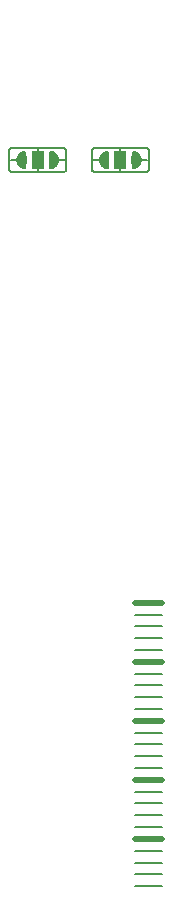
<source format=gbr>
G04 EAGLE Gerber RS-274X export*
G75*
%MOMM*%
%FSLAX34Y34*%
%LPD*%
%INSilkscreen Top*%
%IPPOS*%
%AMOC8*
5,1,8,0,0,1.08239X$1,22.5*%
G01*
%ADD10C,0.508000*%
%ADD11C,0.200000*%
%ADD12R,0.592000X0.118381*%
%ADD13R,0.591900X0.118381*%
%ADD14R,0.236700X0.118375*%
%ADD15R,0.947000X0.118381*%
%ADD16R,0.118400X0.118381*%
%ADD17R,1.065400X0.118381*%
%ADD18R,0.236800X0.118381*%
%ADD19R,0.236700X0.118381*%
%ADD20R,0.473500X0.118381*%
%ADD21R,0.828600X0.118381*%
%ADD22R,0.710300X0.118381*%
%ADD23R,0.947000X0.118375*%
%ADD24R,0.118400X0.118375*%
%ADD25R,1.183800X0.118375*%
%ADD26R,0.236800X0.118375*%
%ADD27R,0.591900X0.118375*%
%ADD28R,0.828700X0.118375*%
%ADD29R,1.183800X0.118381*%
%ADD30R,0.828600X0.118375*%
%ADD31R,0.473500X0.118375*%
%ADD32R,0.710200X0.118381*%
%ADD33R,0.710300X0.118375*%
%ADD34R,1.065400X0.118375*%
%ADD35R,0.710200X0.118375*%
%ADD36R,0.118300X0.118381*%
%ADD37R,0.591800X0.118375*%
%ADD38R,0.355100X0.118381*%
%ADD39R,0.355100X0.118375*%
%ADD40R,1.657300X0.118375*%
%ADD41R,1.775700X0.118381*%
%ADD42R,1.183700X0.118381*%
%ADD43R,1.302100X0.118381*%
%ADD44R,1.657400X0.118375*%
%ADD45R,0.828700X0.118381*%
%ADD46R,1.775700X0.118375*%
%ADD47R,0.355200X0.118381*%
%ADD48R,1.065500X0.118381*%
%ADD49R,0.355200X0.118375*%
%ADD50R,1.183900X0.118375*%
%ADD51R,1.657300X0.118381*%
%ADD52R,1.538900X0.118375*%
%ADD53R,1.302200X0.118381*%
%ADD54R,1.302200X0.118375*%
%ADD55R,1.065500X0.118375*%
%ADD56R,1.894100X0.118381*%
%ADD57R,1.538900X0.118381*%
%ADD58R,1.302100X0.118375*%
%ADD59R,1.183900X0.118381*%
%ADD60R,0.947100X0.118375*%
%ADD61R,1.539000X0.118375*%
%ADD62R,1.420600X0.118381*%
%ADD63R,0.118300X0.118375*%
%ADD64R,3.314600X0.118375*%
%ADD65R,3.314600X0.118381*%
%ADD66R,0.947100X0.118381*%
%ADD67R,3.196200X0.118381*%
%ADD68R,2.959500X0.118375*%
%ADD69R,2.722700X0.118381*%
%ADD70R,2.604300X0.118375*%
%ADD71R,1.775800X0.118375*%
%ADD72R,2.604300X0.118381*%
%ADD73R,2.841100X0.118375*%
%ADD74R,3.077800X0.118381*%
%ADD75R,1.657400X0.118381*%
%ADD76R,3.433000X0.118375*%
%ADD77R,3.077800X0.118375*%
%ADD78R,1.894100X0.118375*%
%ADD79R,2.012400X0.118375*%
%ADD80R,2.012500X0.118381*%
%ADD81R,2.130900X0.118381*%
%ADD82R,2.130800X0.118381*%
%ADD83R,2.130900X0.118375*%
%ADD84R,2.130800X0.118375*%
%ADD85R,0.473600X0.118381*%
%ADD86R,0.473600X0.118375*%
%ADD87R,2.249200X0.118375*%
%ADD88R,2.249200X0.118381*%
%ADD89R,2.012500X0.118375*%
%ADD90R,2.012400X0.118381*%
%ADD91R,0.591800X0.118381*%
%ADD92R,0.592000X0.118375*%
%ADD93C,0.152400*%
%ADD94C,0.127000*%
%ADD95R,1.016000X1.524000*%


D10*
X140000Y40000D02*
X117500Y40000D01*
D11*
X117500Y0D02*
X140000Y0D01*
X140000Y10000D02*
X117500Y10000D01*
X117500Y20000D02*
X140000Y20000D01*
X140000Y30000D02*
X117500Y30000D01*
X117500Y50000D02*
X140000Y50000D01*
X140000Y60000D02*
X117500Y60000D01*
X117500Y70000D02*
X140000Y70000D01*
X140000Y80000D02*
X117500Y80000D01*
D10*
X117500Y90000D02*
X140000Y90000D01*
D11*
X140000Y100000D02*
X117500Y100000D01*
X117500Y110000D02*
X140000Y110000D01*
X140000Y120000D02*
X117500Y120000D01*
X117500Y130000D02*
X140000Y130000D01*
D10*
X140000Y140000D02*
X117500Y140000D01*
D11*
X117500Y150000D02*
X140000Y150000D01*
X140000Y160000D02*
X117500Y160000D01*
X117500Y170000D02*
X140000Y170000D01*
X140000Y180000D02*
X117500Y180000D01*
D10*
X117500Y190000D02*
X140000Y190000D01*
X140000Y240000D02*
X117500Y240000D01*
D11*
X117500Y200000D02*
X140000Y200000D01*
X140000Y210000D02*
X117500Y210000D01*
X117500Y220000D02*
X140000Y220000D01*
X140000Y230000D02*
X117500Y230000D01*
D12*
X60374Y299501D03*
D13*
X61557Y300685D03*
D14*
X63333Y301869D03*
D15*
X11246Y303053D03*
D16*
X20125Y303053D03*
D17*
X29595Y303053D03*
D16*
X37882Y303053D03*
D18*
X42025Y303053D03*
D19*
X51495Y303053D03*
D20*
X58598Y303053D03*
D19*
X63333Y303053D03*
D21*
X72212Y303053D03*
D22*
X82274Y303053D03*
X94112Y303053D03*
X105950Y303053D03*
D23*
X12430Y304237D03*
D24*
X20125Y304237D03*
D25*
X29003Y304237D03*
D24*
X37882Y304237D03*
D26*
X42025Y304237D03*
D14*
X51495Y304237D03*
D27*
X58006Y304237D03*
D14*
X63333Y304237D03*
D23*
X71620Y304237D03*
D28*
X82866Y304237D03*
D23*
X94112Y304237D03*
X105950Y304237D03*
D16*
X16573Y305420D03*
D18*
X24268Y305420D03*
D19*
X33738Y305420D03*
D29*
X46760Y305420D03*
D19*
X56230Y305420D03*
X63333Y305420D03*
X68068Y305420D03*
X75171Y305420D03*
D18*
X78723Y305420D03*
D19*
X87009Y305420D03*
D18*
X90561Y305420D03*
D19*
X97663Y305420D03*
D18*
X102399Y305420D03*
D19*
X109501Y305420D03*
D16*
X16573Y306604D03*
D18*
X24268Y306604D03*
D19*
X33738Y306604D03*
D29*
X46760Y306604D03*
D16*
X55639Y306604D03*
D19*
X63333Y306604D03*
X68068Y306604D03*
X75171Y306604D03*
D13*
X81682Y306604D03*
D16*
X86418Y306604D03*
X89969Y306604D03*
D19*
X97663Y306604D03*
D18*
X102399Y306604D03*
D19*
X109501Y306604D03*
D24*
X16573Y307788D03*
D26*
X24268Y307788D03*
D30*
X30779Y307788D03*
D26*
X42025Y307788D03*
D14*
X51495Y307788D03*
X56230Y307788D03*
X63333Y307788D03*
D24*
X67477Y307788D03*
D14*
X75171Y307788D03*
D31*
X82274Y307788D03*
D24*
X86418Y307788D03*
D26*
X90561Y307788D03*
D14*
X97663Y307788D03*
D24*
X101807Y307788D03*
D14*
X109501Y307788D03*
D16*
X16573Y308972D03*
D18*
X24268Y308972D03*
D32*
X30187Y308972D03*
D18*
X42025Y308972D03*
D19*
X51495Y308972D03*
X56230Y308972D03*
X63333Y308972D03*
D16*
X67477Y308972D03*
D19*
X75171Y308972D03*
D16*
X86418Y308972D03*
D18*
X90561Y308972D03*
D19*
X97663Y308972D03*
D18*
X102399Y308972D03*
D19*
X109501Y308972D03*
D24*
X16573Y310156D03*
D26*
X24268Y310156D03*
X42025Y310156D03*
D14*
X51495Y310156D03*
D28*
X59190Y310156D03*
D14*
X68068Y310156D03*
X75171Y310156D03*
D33*
X83458Y310156D03*
D23*
X94112Y310156D03*
D28*
X105358Y310156D03*
D16*
X16573Y311339D03*
D18*
X24268Y311339D03*
X43209Y311339D03*
D19*
X51495Y311339D03*
X97663Y311339D03*
D16*
X16573Y312523D03*
D29*
X29003Y312523D03*
D17*
X47352Y312523D03*
D19*
X97663Y312523D03*
D24*
X16573Y313707D03*
D34*
X29595Y313707D03*
D35*
X47944Y313707D03*
D14*
X97663Y313707D03*
D36*
X98255Y314891D03*
D37*
X24860Y319626D03*
D13*
X26043Y320810D03*
D14*
X27819Y321994D03*
D32*
X12430Y323177D03*
D21*
X24860Y323177D03*
D15*
X12430Y324361D03*
D13*
X22492Y324361D03*
D19*
X27819Y324361D03*
D14*
X8878Y325545D03*
X15981Y325545D03*
D24*
X20125Y325545D03*
D14*
X27819Y325545D03*
D16*
X8287Y326729D03*
D19*
X15981Y326729D03*
D16*
X20125Y326729D03*
D19*
X27819Y326729D03*
D14*
X8878Y327913D03*
X15981Y327913D03*
D24*
X20125Y327913D03*
D14*
X27819Y327913D03*
D19*
X8878Y329096D03*
X15981Y329096D03*
D18*
X20717Y329096D03*
D19*
X27819Y329096D03*
D16*
X8287Y330280D03*
D22*
X13613Y330280D03*
D16*
X20125Y330280D03*
D19*
X27819Y330280D03*
D24*
X8287Y331464D03*
D19*
X8878Y332648D03*
D24*
X8287Y333832D03*
D16*
X8287Y335015D03*
D19*
X56230Y358691D03*
D38*
X55638Y359875D03*
D39*
X55638Y361059D03*
D38*
X55638Y362243D03*
D40*
X52679Y363427D03*
D41*
X53271Y364610D03*
X53271Y365794D03*
D39*
X55638Y366978D03*
D19*
X56230Y368162D03*
D14*
X56230Y369346D03*
D34*
X50904Y372897D03*
D42*
X51495Y374081D03*
D39*
X46168Y375265D03*
X55638Y375265D03*
D38*
X46168Y376448D03*
D19*
X56230Y376448D03*
D38*
X46168Y377632D03*
X55638Y377632D03*
D39*
X46168Y378816D03*
X55638Y378816D03*
D38*
X46168Y380000D03*
D19*
X56230Y380000D03*
D38*
X86417Y380000D03*
D39*
X46168Y381184D03*
X55638Y381184D03*
D14*
X87009Y381184D03*
D38*
X46168Y382367D03*
X55638Y382367D03*
X86417Y382367D03*
D43*
X50903Y383551D03*
D38*
X86417Y383551D03*
D34*
X50904Y384735D03*
D44*
X83458Y384735D03*
D45*
X50903Y385919D03*
D41*
X84049Y385919D03*
D46*
X84049Y387103D03*
D38*
X86417Y388286D03*
D22*
X55046Y389470D03*
D19*
X87009Y389470D03*
D34*
X55639Y390654D03*
D14*
X87009Y390654D03*
D20*
X51495Y391838D03*
X58598Y391838D03*
D39*
X50903Y393022D03*
D26*
X59782Y393022D03*
D19*
X50311Y394205D03*
D47*
X60374Y394205D03*
D45*
X79314Y394205D03*
D19*
X50311Y395389D03*
D47*
X60374Y395389D03*
D48*
X80498Y395389D03*
D14*
X50311Y396573D03*
D49*
X60374Y396573D03*
D50*
X81090Y396573D03*
D19*
X50311Y397757D03*
D47*
X60374Y397757D03*
D20*
X85825Y397757D03*
D14*
X50311Y398941D03*
D49*
X60374Y398941D03*
D39*
X86417Y398941D03*
D19*
X50311Y400124D03*
D47*
X60374Y400124D03*
D19*
X87009Y400124D03*
X50311Y401308D03*
D47*
X60374Y401308D03*
D38*
X86417Y401308D03*
D49*
X60374Y402492D03*
D39*
X86417Y402492D03*
D51*
X52679Y403676D03*
D19*
X87009Y403676D03*
D52*
X52087Y404860D03*
D39*
X86417Y404860D03*
D53*
X81682Y406043D03*
X81682Y407227D03*
D50*
X81090Y408411D03*
D38*
X55638Y409595D03*
D14*
X56230Y410779D03*
D38*
X55638Y411962D03*
D13*
X84050Y411962D03*
D38*
X55638Y413146D03*
D22*
X83458Y413146D03*
D40*
X52679Y414330D03*
D39*
X81682Y414330D03*
X86417Y414330D03*
D41*
X53271Y415514D03*
D19*
X81090Y415514D03*
D38*
X86417Y415514D03*
D46*
X53271Y416698D03*
D26*
X76355Y416698D03*
D14*
X81090Y416698D03*
X87009Y416698D03*
D19*
X56230Y417881D03*
D18*
X76355Y417881D03*
D19*
X81090Y417881D03*
D38*
X86417Y417881D03*
X55638Y419065D03*
D18*
X76355Y419065D03*
D19*
X81090Y419065D03*
X87009Y419065D03*
D39*
X55638Y420249D03*
D26*
X76355Y420249D03*
D14*
X81090Y420249D03*
X87009Y420249D03*
D18*
X76355Y421433D03*
D38*
X86417Y421433D03*
D14*
X56230Y422617D03*
D54*
X81682Y422617D03*
D38*
X55638Y423800D03*
D48*
X81682Y423800D03*
D19*
X56230Y424984D03*
D45*
X81682Y424984D03*
D14*
X56230Y426168D03*
D19*
X56230Y427352D03*
D39*
X55638Y428536D03*
D54*
X81682Y428536D03*
D39*
X92336Y428536D03*
D38*
X55638Y429719D03*
D53*
X81682Y429719D03*
D38*
X92336Y429719D03*
D43*
X50903Y430903D03*
D53*
X81682Y430903D03*
D38*
X92336Y430903D03*
D25*
X50312Y432087D03*
D17*
X49720Y433271D03*
D55*
X81682Y434455D03*
D53*
X81682Y435638D03*
D13*
X50903Y436822D03*
D47*
X76947Y436822D03*
D38*
X86417Y436822D03*
D34*
X50904Y438006D03*
D49*
X76947Y438006D03*
D39*
X86417Y438006D03*
D43*
X50903Y439190D03*
D47*
X76947Y439190D03*
D19*
X87009Y439190D03*
D39*
X46168Y440374D03*
X55638Y440374D03*
D49*
X76947Y440374D03*
D39*
X86417Y440374D03*
D19*
X45576Y441557D03*
X51495Y441557D03*
D38*
X55638Y441557D03*
D47*
X76947Y441557D03*
D19*
X87009Y441557D03*
X45576Y442741D03*
X51495Y442741D03*
X56230Y442741D03*
D47*
X76947Y442741D03*
D19*
X87009Y442741D03*
D14*
X45576Y443925D03*
X51495Y443925D03*
D39*
X55638Y443925D03*
D49*
X76947Y443925D03*
D19*
X45576Y445109D03*
X51495Y445109D03*
D38*
X55638Y445109D03*
D56*
X84641Y445109D03*
D14*
X45576Y446293D03*
X51495Y446293D03*
D39*
X55638Y446293D03*
D46*
X85233Y446293D03*
D38*
X46168Y447476D03*
D19*
X51495Y447476D03*
X56230Y447476D03*
D57*
X85233Y447476D03*
D21*
X48536Y448660D03*
D37*
X48536Y449844D03*
D48*
X80498Y451028D03*
D50*
X81090Y452212D03*
D17*
X49720Y453395D03*
D53*
X81682Y453395D03*
D29*
X50312Y454579D03*
D38*
X86417Y454579D03*
D58*
X50903Y455763D03*
D14*
X87009Y455763D03*
D19*
X56230Y456947D03*
D38*
X86417Y456947D03*
D39*
X55638Y458131D03*
D54*
X81682Y458131D03*
D19*
X56230Y459314D03*
D59*
X81090Y459314D03*
D43*
X50903Y460498D03*
D53*
X81682Y460498D03*
D25*
X50312Y461682D03*
D39*
X86417Y461682D03*
D43*
X50903Y462866D03*
D38*
X86417Y462866D03*
D39*
X55638Y464050D03*
D14*
X87009Y464050D03*
D38*
X55638Y465233D03*
X86417Y465233D03*
D19*
X56230Y466417D03*
D53*
X81682Y466417D03*
D14*
X56230Y467601D03*
D54*
X81682Y467601D03*
D43*
X50903Y468785D03*
D59*
X81090Y468785D03*
D58*
X50903Y469969D03*
D29*
X50312Y471152D03*
D26*
X49128Y473520D03*
D44*
X83458Y473520D03*
D32*
X49128Y474704D03*
D41*
X84049Y474704D03*
D23*
X49128Y475888D03*
D49*
X60374Y475888D03*
D46*
X84049Y475888D03*
D38*
X46168Y477071D03*
D18*
X52679Y477071D03*
D47*
X60374Y477071D03*
D19*
X81090Y477071D03*
D38*
X91152Y477071D03*
X46168Y478255D03*
D47*
X53271Y478255D03*
X60374Y478255D03*
D19*
X81090Y478255D03*
D38*
X91152Y478255D03*
D39*
X46168Y479439D03*
D49*
X53271Y479439D03*
X60374Y479439D03*
D14*
X81090Y479439D03*
D39*
X91152Y479439D03*
D38*
X46168Y480623D03*
D47*
X53271Y480623D03*
X60374Y480623D03*
D19*
X81090Y480623D03*
D38*
X91152Y480623D03*
D39*
X46168Y481807D03*
D49*
X53271Y481807D03*
X60374Y481807D03*
D14*
X81090Y481807D03*
D39*
X91152Y481807D03*
D38*
X46168Y482990D03*
D47*
X53271Y482990D03*
X60374Y482990D03*
D19*
X81090Y482990D03*
D38*
X91152Y482990D03*
X46168Y484174D03*
D47*
X53271Y484174D03*
X60374Y484174D03*
D19*
X81090Y484174D03*
D47*
X89969Y484174D03*
D39*
X46168Y485358D03*
D49*
X53271Y485358D03*
X60374Y485358D03*
D14*
X81090Y485358D03*
D49*
X89969Y485358D03*
D38*
X46168Y486542D03*
D47*
X53271Y486542D03*
X60374Y486542D03*
D19*
X81090Y486542D03*
D38*
X88785Y486542D03*
D39*
X46168Y487726D03*
D60*
X56230Y487726D03*
D61*
X82866Y487726D03*
D38*
X46168Y488909D03*
D45*
X56822Y488909D03*
D62*
X82274Y488909D03*
D38*
X46168Y490093D03*
D20*
X56230Y490093D03*
D48*
X80498Y490093D03*
D63*
X63925Y503115D03*
D26*
X95296Y503115D03*
D20*
X55046Y504299D03*
D15*
X66885Y504299D03*
D20*
X94112Y504299D03*
D31*
X55046Y505483D03*
D23*
X66885Y505483D03*
D27*
X93520Y505483D03*
D20*
X55046Y506666D03*
D15*
X66885Y506666D03*
D45*
X92336Y506666D03*
D20*
X55046Y507850D03*
D15*
X66885Y507850D03*
D17*
X91153Y507850D03*
D64*
X55047Y509034D03*
D23*
X89377Y509034D03*
D65*
X55047Y510218D03*
D66*
X87009Y510218D03*
D64*
X55047Y511402D03*
D34*
X85234Y511402D03*
D65*
X55047Y512585D03*
D17*
X82866Y512585D03*
D67*
X54455Y513769D03*
D66*
X81090Y513769D03*
D68*
X53271Y514953D03*
D34*
X79315Y514953D03*
D69*
X52087Y516137D03*
D17*
X76947Y516137D03*
D70*
X51495Y517321D03*
D50*
X75171Y517321D03*
D57*
X75763Y518504D03*
D41*
X76947Y519688D03*
D71*
X78131Y520872D03*
D72*
X51495Y522056D03*
D41*
X80498Y522056D03*
D73*
X52679Y523240D03*
D40*
X82274Y523240D03*
D74*
X53863Y524423D03*
D75*
X83458Y524423D03*
D67*
X54455Y525607D03*
D53*
X84050Y525607D03*
D76*
X55639Y526791D03*
D34*
X84050Y526791D03*
D65*
X55047Y527975D03*
D66*
X82274Y527975D03*
D77*
X53863Y529159D03*
D60*
X81090Y529159D03*
D66*
X63333Y530342D03*
D15*
X78723Y530342D03*
D22*
X62149Y531526D03*
D17*
X76947Y531526D03*
D33*
X59782Y532710D03*
D25*
X76355Y532710D03*
D45*
X58006Y533894D03*
D57*
X75763Y533894D03*
D60*
X56230Y535078D03*
D78*
X76355Y535078D03*
D62*
X56231Y536261D03*
D56*
X78722Y536261D03*
D51*
X56230Y537445D03*
D56*
X81090Y537445D03*
D46*
X58006Y538629D03*
D79*
X82866Y538629D03*
D41*
X60373Y539813D03*
D80*
X85233Y539813D03*
D46*
X62741Y540997D03*
D78*
X87009Y540997D03*
D57*
X63925Y542180D03*
D51*
X88193Y542180D03*
D53*
X65109Y543364D03*
D62*
X89377Y543364D03*
D64*
X55047Y544548D03*
D54*
X89969Y544548D03*
D65*
X55047Y545732D03*
D17*
X91153Y545732D03*
D64*
X55047Y546916D03*
D28*
X92336Y546916D03*
D65*
X55047Y548099D03*
D13*
X93520Y548099D03*
D65*
X55047Y549283D03*
D47*
X94704Y549283D03*
D26*
X95296Y550467D03*
D18*
X38474Y578878D03*
D13*
X50903Y578878D03*
D18*
X59782Y578878D03*
X71620Y578878D03*
X78723Y578878D03*
D45*
X87601Y578878D03*
D22*
X97663Y578878D03*
D18*
X107134Y578878D03*
D49*
X37882Y580062D03*
D33*
X50311Y580062D03*
D26*
X59782Y580062D03*
X71620Y580062D03*
X78723Y580062D03*
D60*
X87009Y580062D03*
X97663Y580062D03*
D39*
X106542Y580062D03*
D20*
X38473Y581246D03*
D18*
X47944Y581246D03*
X59782Y581246D03*
X71620Y581246D03*
X78723Y581246D03*
X83458Y581246D03*
D19*
X92928Y581246D03*
D18*
X101215Y581246D03*
D19*
X105950Y581246D03*
D27*
X37881Y582430D03*
D60*
X51495Y582430D03*
D26*
X59782Y582430D03*
X71620Y582430D03*
X78723Y582430D03*
X83458Y582430D03*
D27*
X95887Y582430D03*
D26*
X101215Y582430D03*
D14*
X105950Y582430D03*
D18*
X36106Y583613D03*
D19*
X40841Y583613D03*
D16*
X47352Y583613D03*
D18*
X55047Y583613D03*
X59782Y583613D03*
X71620Y583613D03*
X78723Y583613D03*
X83458Y583613D03*
D66*
X97663Y583613D03*
D19*
X105950Y583613D03*
D18*
X34922Y584797D03*
D19*
X40841Y584797D03*
D18*
X47944Y584797D03*
D16*
X55639Y584797D03*
D18*
X59782Y584797D03*
X71620Y584797D03*
X78723Y584797D03*
X83458Y584797D03*
X101215Y584797D03*
D19*
X105950Y584797D03*
D26*
X34922Y585981D03*
X42025Y585981D03*
D60*
X51495Y585981D03*
D46*
X67476Y585981D03*
D26*
X78723Y585981D03*
D28*
X86417Y585981D03*
X98255Y585981D03*
D14*
X105950Y585981D03*
D18*
X34922Y587165D03*
X42025Y587165D03*
D22*
X51495Y587165D03*
D51*
X68068Y587165D03*
D18*
X78723Y587165D03*
D45*
X87601Y587165D03*
D22*
X97663Y587165D03*
D19*
X105950Y587165D03*
D14*
X33738Y588349D03*
D26*
X43209Y588349D03*
X71620Y588349D03*
D14*
X105950Y588349D03*
D19*
X33738Y589532D03*
D18*
X43209Y589532D03*
X71620Y589532D03*
D19*
X105950Y589532D03*
X32554Y590716D03*
D16*
X43801Y590716D03*
X71028Y590716D03*
D18*
X78723Y590716D03*
D19*
X105950Y590716D03*
D78*
X45576Y597819D03*
X115420Y597819D03*
D81*
X45576Y599003D03*
D82*
X115421Y599003D03*
D83*
X45576Y600187D03*
D84*
X115421Y600187D03*
D81*
X45576Y601370D03*
D82*
X115421Y601370D03*
D85*
X37290Y602554D03*
X53863Y602554D03*
D20*
X107134Y602554D03*
X123707Y602554D03*
D86*
X37290Y603738D03*
X53863Y603738D03*
D31*
X107134Y603738D03*
X123707Y603738D03*
D85*
X37290Y604922D03*
X53863Y604922D03*
D20*
X107134Y604922D03*
X123707Y604922D03*
D31*
X17165Y627414D03*
X34922Y627414D03*
X87009Y627414D03*
X104766Y627414D03*
D20*
X17165Y628598D03*
X34922Y628598D03*
X87009Y628598D03*
X104766Y628598D03*
D87*
X26044Y629782D03*
D31*
X87009Y629782D03*
X104766Y629782D03*
D88*
X26044Y630965D03*
X95888Y630965D03*
D81*
X26635Y632149D03*
D88*
X95888Y632149D03*
D89*
X26043Y633333D03*
D84*
X96480Y633333D03*
D90*
X95888Y634517D03*
D19*
X23084Y642803D03*
X33738Y642803D03*
D22*
X42025Y642803D03*
D19*
X50311Y642803D03*
D18*
X59782Y642803D03*
D21*
X67477Y642803D03*
D22*
X78722Y642803D03*
D19*
X87009Y642803D03*
D18*
X95296Y642803D03*
X101215Y642803D03*
D22*
X111869Y642803D03*
D18*
X121340Y642803D03*
D19*
X23084Y643987D03*
X33738Y643987D03*
D15*
X42025Y643987D03*
D19*
X50311Y643987D03*
D18*
X59782Y643987D03*
D21*
X67477Y643987D03*
D15*
X78723Y643987D03*
D19*
X87009Y643987D03*
D18*
X95296Y643987D03*
X101215Y643987D03*
D15*
X111869Y643987D03*
D47*
X120748Y643987D03*
D14*
X23084Y645171D03*
X33738Y645171D03*
D26*
X38474Y645171D03*
D14*
X46760Y645171D03*
X50311Y645171D03*
D26*
X59782Y645171D03*
X65701Y645171D03*
D14*
X75171Y645171D03*
D26*
X83458Y645171D03*
D14*
X87009Y645171D03*
D26*
X95296Y645171D03*
X101215Y645171D03*
X107134Y645171D03*
D14*
X115420Y645171D03*
D26*
X120156Y645171D03*
D19*
X23084Y646355D03*
X33738Y646355D03*
D18*
X38474Y646355D03*
D36*
X46168Y646355D03*
D19*
X50311Y646355D03*
D18*
X59782Y646355D03*
X66885Y646355D03*
D19*
X75171Y646355D03*
D16*
X82866Y646355D03*
D19*
X87009Y646355D03*
D18*
X95296Y646355D03*
X101215Y646355D03*
D13*
X110093Y646355D03*
D19*
X115420Y646355D03*
D18*
X120156Y646355D03*
D58*
X28411Y647539D03*
D26*
X38474Y647539D03*
D14*
X46760Y647539D03*
X50311Y647539D03*
D26*
X59782Y647539D03*
D14*
X68068Y647539D03*
X75171Y647539D03*
D24*
X82866Y647539D03*
D14*
X87009Y647539D03*
D26*
X95296Y647539D03*
X101215Y647539D03*
D23*
X111869Y647539D03*
D26*
X120156Y647539D03*
D43*
X28411Y648722D03*
D18*
X38474Y648722D03*
D36*
X46168Y648722D03*
D19*
X50311Y648722D03*
D18*
X59782Y648722D03*
D19*
X69252Y648722D03*
X75171Y648722D03*
D18*
X83458Y648722D03*
D19*
X87009Y648722D03*
D47*
X94704Y648722D03*
D18*
X101215Y648722D03*
D19*
X115420Y648722D03*
D18*
X120156Y648722D03*
D19*
X23084Y649906D03*
X33738Y649906D03*
D15*
X42025Y649906D03*
D21*
X53271Y649906D03*
D18*
X59782Y649906D03*
D21*
X67477Y649906D03*
D15*
X78723Y649906D03*
X90561Y649906D03*
X101215Y649906D03*
D21*
X112461Y649906D03*
D18*
X120156Y649906D03*
D14*
X23084Y651090D03*
X33738Y651090D03*
D33*
X42025Y651090D03*
D35*
X53863Y651090D03*
D26*
X59782Y651090D03*
D30*
X67477Y651090D03*
D33*
X78722Y651090D03*
D30*
X89969Y651090D03*
D23*
X101215Y651090D03*
D33*
X111869Y651090D03*
D26*
X120156Y651090D03*
D19*
X23084Y652274D03*
X33738Y652274D03*
D18*
X101215Y652274D03*
X120156Y652274D03*
D14*
X23084Y653458D03*
X33738Y653458D03*
D26*
X101215Y653458D03*
X120156Y653458D03*
D16*
X23676Y654641D03*
D36*
X33146Y654641D03*
D18*
X59782Y654641D03*
D16*
X100623Y654641D03*
D18*
X120156Y654641D03*
X44393Y690155D03*
D32*
X53863Y690155D03*
D20*
X64517Y690155D03*
D22*
X83458Y690155D03*
D47*
X95888Y690155D03*
X43801Y691339D03*
D21*
X53271Y691339D03*
D32*
X65701Y691339D03*
D45*
X82866Y691339D03*
D85*
X95296Y691339D03*
D49*
X42617Y692523D03*
D39*
X49719Y692523D03*
D23*
X66885Y692523D03*
D49*
X79315Y692523D03*
D39*
X93520Y692523D03*
D47*
X42617Y693707D03*
D18*
X49128Y693707D03*
D20*
X55046Y693707D03*
D38*
X63925Y693707D03*
D20*
X70436Y693707D03*
D18*
X78723Y693707D03*
D85*
X84642Y693707D03*
D38*
X93520Y693707D03*
D26*
X42025Y694891D03*
X49128Y694891D03*
D28*
X55638Y694891D03*
D14*
X63333Y694891D03*
D49*
X72212Y694891D03*
D26*
X78723Y694891D03*
D30*
X85234Y694891D03*
D39*
X93520Y694891D03*
D47*
X42617Y696074D03*
D18*
X49128Y696074D03*
D45*
X56822Y696074D03*
D38*
X63925Y696074D03*
D47*
X72212Y696074D03*
D18*
X78723Y696074D03*
D45*
X86417Y696074D03*
D38*
X93520Y696074D03*
D47*
X42617Y697258D03*
D18*
X49128Y697258D03*
X59782Y697258D03*
D38*
X63925Y697258D03*
X73395Y697258D03*
D18*
X78723Y697258D03*
X89377Y697258D03*
D38*
X93520Y697258D03*
D49*
X42617Y698442D03*
D39*
X49719Y698442D03*
D49*
X59190Y698442D03*
D14*
X63333Y698442D03*
X73987Y698442D03*
D49*
X79315Y698442D03*
D39*
X88785Y698442D03*
X93520Y698442D03*
D47*
X42617Y699626D03*
D29*
X55047Y699626D03*
D38*
X63925Y699626D03*
X74579Y699626D03*
D29*
X84642Y699626D03*
D38*
X93520Y699626D03*
D49*
X42617Y700810D03*
D23*
X53863Y700810D03*
D39*
X63925Y700810D03*
X74579Y700810D03*
D23*
X83458Y700810D03*
D39*
X93520Y700810D03*
D47*
X42617Y701993D03*
D38*
X93520Y701993D03*
D47*
X42617Y703177D03*
D38*
X93520Y703177D03*
D49*
X42617Y704361D03*
D39*
X93520Y704361D03*
D47*
X42617Y705545D03*
D38*
X93520Y705545D03*
D18*
X36106Y717383D03*
X49128Y717383D03*
D15*
X60966Y717383D03*
D19*
X73987Y717383D03*
D22*
X88193Y717383D03*
D19*
X97663Y717383D03*
D49*
X36698Y718567D03*
X48536Y718567D03*
D25*
X60966Y718567D03*
D14*
X73987Y718567D03*
D28*
X87601Y718567D03*
D39*
X98255Y718567D03*
D47*
X36698Y719750D03*
D20*
X49127Y719750D03*
D19*
X56230Y719750D03*
D18*
X65701Y719750D03*
D19*
X73987Y719750D03*
D47*
X84050Y719750D03*
D38*
X98255Y719750D03*
D85*
X37290Y720934D03*
D91*
X48536Y720934D03*
D19*
X56230Y720934D03*
D18*
X65701Y720934D03*
D19*
X73987Y720934D03*
D18*
X83458Y720934D03*
D20*
X89377Y720934D03*
D19*
X97663Y720934D03*
D33*
X37289Y722118D03*
D37*
X48536Y722118D03*
D28*
X59190Y722118D03*
D49*
X66293Y722118D03*
D14*
X73987Y722118D03*
D26*
X83458Y722118D03*
D30*
X89969Y722118D03*
D14*
X97663Y722118D03*
D22*
X37289Y723302D03*
D38*
X46168Y723302D03*
D19*
X50311Y723302D03*
D45*
X59190Y723302D03*
D18*
X65701Y723302D03*
D19*
X73987Y723302D03*
D18*
X83458Y723302D03*
D21*
X91153Y723302D03*
D38*
X98255Y723302D03*
D26*
X34922Y724486D03*
D39*
X40249Y724486D03*
X44984Y724486D03*
D14*
X50311Y724486D03*
D92*
X60374Y724486D03*
D26*
X65701Y724486D03*
D14*
X73987Y724486D03*
D26*
X83458Y724486D03*
X94112Y724486D03*
D14*
X97663Y724486D03*
D18*
X34922Y725669D03*
D32*
X43209Y725669D03*
D19*
X50311Y725669D03*
D18*
X65701Y725669D03*
D19*
X73987Y725669D03*
D47*
X84050Y725669D03*
D38*
X93520Y725669D03*
X98255Y725669D03*
D18*
X34922Y726853D03*
D13*
X42617Y726853D03*
D38*
X50903Y726853D03*
D66*
X62149Y726853D03*
D48*
X74579Y726853D03*
D29*
X89377Y726853D03*
D15*
X102399Y726853D03*
D39*
X34330Y728037D03*
D49*
X42617Y728037D03*
D39*
X50903Y728037D03*
D28*
X61557Y728037D03*
D55*
X74579Y728037D03*
D23*
X88193Y728037D03*
D28*
X102990Y728037D03*
D38*
X34330Y729221D03*
D18*
X43209Y729221D03*
D19*
X51495Y729221D03*
X73987Y729221D03*
D14*
X33738Y730405D03*
X51495Y730405D03*
X73987Y730405D03*
D19*
X33738Y731588D03*
X51495Y731588D03*
X73987Y731588D03*
D93*
X83410Y604840D02*
X126590Y604840D01*
X129130Y622620D02*
X129128Y622720D01*
X129122Y622819D01*
X129112Y622919D01*
X129099Y623017D01*
X129081Y623116D01*
X129060Y623213D01*
X129035Y623309D01*
X129006Y623405D01*
X128973Y623499D01*
X128937Y623592D01*
X128897Y623683D01*
X128853Y623773D01*
X128806Y623861D01*
X128756Y623947D01*
X128702Y624031D01*
X128645Y624113D01*
X128585Y624192D01*
X128521Y624270D01*
X128455Y624344D01*
X128386Y624416D01*
X128314Y624485D01*
X128240Y624551D01*
X128162Y624615D01*
X128083Y624675D01*
X128001Y624732D01*
X127917Y624786D01*
X127831Y624836D01*
X127743Y624883D01*
X127653Y624927D01*
X127562Y624967D01*
X127469Y625003D01*
X127375Y625036D01*
X127279Y625065D01*
X127183Y625090D01*
X127086Y625111D01*
X126987Y625129D01*
X126889Y625142D01*
X126789Y625152D01*
X126690Y625158D01*
X126590Y625160D01*
X83410Y625160D02*
X83310Y625158D01*
X83211Y625152D01*
X83111Y625142D01*
X83013Y625129D01*
X82914Y625111D01*
X82817Y625090D01*
X82721Y625065D01*
X82625Y625036D01*
X82531Y625003D01*
X82438Y624967D01*
X82347Y624927D01*
X82257Y624883D01*
X82169Y624836D01*
X82083Y624786D01*
X81999Y624732D01*
X81917Y624675D01*
X81838Y624615D01*
X81760Y624551D01*
X81686Y624485D01*
X81614Y624416D01*
X81545Y624344D01*
X81479Y624270D01*
X81415Y624192D01*
X81355Y624113D01*
X81298Y624031D01*
X81244Y623947D01*
X81194Y623861D01*
X81147Y623773D01*
X81103Y623683D01*
X81063Y623592D01*
X81027Y623499D01*
X80994Y623405D01*
X80965Y623309D01*
X80940Y623213D01*
X80919Y623116D01*
X80901Y623017D01*
X80888Y622919D01*
X80878Y622819D01*
X80872Y622720D01*
X80870Y622620D01*
X80870Y607380D02*
X80872Y607280D01*
X80878Y607181D01*
X80888Y607081D01*
X80901Y606983D01*
X80919Y606884D01*
X80940Y606787D01*
X80965Y606691D01*
X80994Y606595D01*
X81027Y606501D01*
X81063Y606408D01*
X81103Y606317D01*
X81147Y606227D01*
X81194Y606139D01*
X81244Y606053D01*
X81298Y605969D01*
X81355Y605887D01*
X81415Y605808D01*
X81479Y605730D01*
X81545Y605656D01*
X81614Y605584D01*
X81686Y605515D01*
X81760Y605449D01*
X81838Y605385D01*
X81917Y605325D01*
X81999Y605268D01*
X82083Y605214D01*
X82169Y605164D01*
X82257Y605117D01*
X82347Y605073D01*
X82438Y605033D01*
X82531Y604997D01*
X82625Y604964D01*
X82721Y604935D01*
X82817Y604910D01*
X82914Y604889D01*
X83013Y604871D01*
X83111Y604858D01*
X83211Y604848D01*
X83310Y604842D01*
X83410Y604840D01*
X126590Y604840D02*
X126690Y604842D01*
X126789Y604848D01*
X126889Y604858D01*
X126987Y604871D01*
X127086Y604889D01*
X127183Y604910D01*
X127279Y604935D01*
X127375Y604964D01*
X127469Y604997D01*
X127562Y605033D01*
X127653Y605073D01*
X127743Y605117D01*
X127831Y605164D01*
X127917Y605214D01*
X128001Y605268D01*
X128083Y605325D01*
X128162Y605385D01*
X128240Y605449D01*
X128314Y605515D01*
X128386Y605584D01*
X128455Y605656D01*
X128521Y605730D01*
X128585Y605808D01*
X128645Y605887D01*
X128702Y605969D01*
X128756Y606053D01*
X128806Y606139D01*
X128853Y606227D01*
X128897Y606317D01*
X128937Y606408D01*
X128973Y606501D01*
X129006Y606595D01*
X129035Y606691D01*
X129060Y606787D01*
X129081Y606884D01*
X129099Y606983D01*
X129112Y607081D01*
X129122Y607181D01*
X129128Y607280D01*
X129130Y607380D01*
X129130Y622620D01*
X80870Y622620D02*
X80870Y607380D01*
X83410Y625160D02*
X126590Y625160D01*
X127860Y615000D02*
X122780Y615000D01*
X87220Y615000D02*
X82140Y615000D01*
X105000Y622620D02*
X105000Y625160D01*
X105000Y607380D02*
X105000Y604840D01*
D94*
X115794Y608044D02*
X115161Y615000D01*
X115161Y615000D01*
X115794Y621956D01*
X115964Y621939D01*
X116134Y621917D01*
X116302Y621891D01*
X116471Y621861D01*
X116638Y621827D01*
X116805Y621789D01*
X116970Y621746D01*
X117135Y621700D01*
X117298Y621650D01*
X117460Y621596D01*
X117621Y621537D01*
X117780Y621475D01*
X117937Y621409D01*
X118093Y621339D01*
X118247Y621266D01*
X118400Y621188D01*
X118550Y621107D01*
X118698Y621022D01*
X118845Y620934D01*
X118989Y620842D01*
X119130Y620747D01*
X119270Y620648D01*
X119407Y620546D01*
X119541Y620440D01*
X119673Y620331D01*
X119802Y620219D01*
X119928Y620104D01*
X120052Y619986D01*
X120172Y619865D01*
X120290Y619741D01*
X120404Y619614D01*
X120515Y619485D01*
X120623Y619352D01*
X120728Y619217D01*
X120830Y619080D01*
X120928Y618940D01*
X121022Y618798D01*
X121114Y618653D01*
X121201Y618506D01*
X121285Y618358D01*
X121365Y618207D01*
X121442Y618054D01*
X121515Y617900D01*
X121584Y617743D01*
X121649Y617585D01*
X121710Y617426D01*
X121768Y617265D01*
X121821Y617103D01*
X121870Y616939D01*
X121916Y616774D01*
X121957Y616609D01*
X121995Y616442D01*
X122028Y616274D01*
X122057Y616106D01*
X122082Y615937D01*
X122103Y615767D01*
X122119Y615597D01*
X122132Y615427D01*
X122140Y615256D01*
X122144Y615085D01*
X122144Y614915D01*
X122140Y614744D01*
X122132Y614573D01*
X122119Y614403D01*
X122103Y614233D01*
X122082Y614063D01*
X122057Y613894D01*
X122028Y613726D01*
X121995Y613558D01*
X121957Y613391D01*
X121916Y613226D01*
X121870Y613061D01*
X121821Y612897D01*
X121768Y612735D01*
X121710Y612574D01*
X121649Y612415D01*
X121584Y612257D01*
X121515Y612100D01*
X121442Y611946D01*
X121365Y611793D01*
X121285Y611642D01*
X121201Y611494D01*
X121114Y611347D01*
X121022Y611202D01*
X120928Y611060D01*
X120830Y610920D01*
X120728Y610783D01*
X120623Y610648D01*
X120515Y610515D01*
X120404Y610386D01*
X120290Y610259D01*
X120172Y610135D01*
X120052Y610014D01*
X119928Y609896D01*
X119802Y609781D01*
X119673Y609669D01*
X119541Y609560D01*
X119407Y609454D01*
X119270Y609352D01*
X119130Y609253D01*
X118989Y609158D01*
X118845Y609066D01*
X118698Y608978D01*
X118550Y608893D01*
X118400Y608812D01*
X118247Y608734D01*
X118093Y608661D01*
X117937Y608591D01*
X117780Y608525D01*
X117621Y608463D01*
X117460Y608404D01*
X117298Y608350D01*
X117135Y608300D01*
X116970Y608254D01*
X116805Y608211D01*
X116638Y608173D01*
X116471Y608139D01*
X116302Y608109D01*
X116134Y608083D01*
X115964Y608061D01*
X115794Y608044D01*
X115794Y609256D01*
X115943Y609274D01*
X116092Y609297D01*
X116241Y609323D01*
X116389Y609353D01*
X116535Y609387D01*
X116681Y609425D01*
X116826Y609466D01*
X116970Y609512D01*
X117113Y609561D01*
X117254Y609614D01*
X117394Y609670D01*
X117532Y609730D01*
X117669Y609794D01*
X117804Y609861D01*
X117937Y609932D01*
X118068Y610006D01*
X118197Y610083D01*
X118324Y610164D01*
X118449Y610249D01*
X118572Y610336D01*
X118693Y610427D01*
X118811Y610520D01*
X118927Y610617D01*
X119040Y610717D01*
X119150Y610819D01*
X119258Y610925D01*
X119363Y611033D01*
X119465Y611144D01*
X119564Y611258D01*
X119660Y611374D01*
X119753Y611493D01*
X119843Y611614D01*
X119930Y611737D01*
X120013Y611862D01*
X120093Y611990D01*
X120170Y612120D01*
X120244Y612251D01*
X120313Y612385D01*
X120380Y612520D01*
X120443Y612657D01*
X120502Y612796D01*
X120558Y612936D01*
X120610Y613077D01*
X120658Y613220D01*
X120703Y613364D01*
X120743Y613509D01*
X120780Y613656D01*
X120814Y613803D01*
X120843Y613951D01*
X120868Y614099D01*
X120890Y614248D01*
X120908Y614398D01*
X120921Y614548D01*
X120931Y614699D01*
X120937Y614849D01*
X120939Y615000D01*
X120937Y615151D01*
X120931Y615301D01*
X120921Y615452D01*
X120908Y615602D01*
X120890Y615752D01*
X120868Y615901D01*
X120843Y616049D01*
X120814Y616197D01*
X120780Y616344D01*
X120743Y616491D01*
X120703Y616636D01*
X120658Y616780D01*
X120610Y616923D01*
X120558Y617064D01*
X120502Y617204D01*
X120443Y617343D01*
X120380Y617480D01*
X120313Y617615D01*
X120244Y617749D01*
X120170Y617880D01*
X120093Y618010D01*
X120013Y618138D01*
X119930Y618263D01*
X119843Y618386D01*
X119753Y618507D01*
X119660Y618626D01*
X119564Y618742D01*
X119465Y618856D01*
X119363Y618967D01*
X119258Y619075D01*
X119150Y619181D01*
X119040Y619283D01*
X118927Y619383D01*
X118811Y619480D01*
X118693Y619573D01*
X118572Y619664D01*
X118449Y619751D01*
X118324Y619836D01*
X118197Y619917D01*
X118068Y619994D01*
X117937Y620068D01*
X117804Y620139D01*
X117669Y620206D01*
X117532Y620270D01*
X117394Y620330D01*
X117254Y620386D01*
X117113Y620439D01*
X116970Y620488D01*
X116826Y620534D01*
X116681Y620575D01*
X116535Y620613D01*
X116389Y620647D01*
X116241Y620677D01*
X116092Y620703D01*
X115943Y620726D01*
X115794Y620744D01*
X115793Y619529D01*
X115925Y619509D01*
X116056Y619484D01*
X116187Y619456D01*
X116317Y619424D01*
X116446Y619389D01*
X116573Y619349D01*
X116700Y619306D01*
X116825Y619259D01*
X116949Y619209D01*
X117071Y619155D01*
X117191Y619097D01*
X117310Y619036D01*
X117427Y618971D01*
X117542Y618903D01*
X117655Y618832D01*
X117766Y618758D01*
X117875Y618680D01*
X117981Y618599D01*
X118085Y618515D01*
X118187Y618428D01*
X118286Y618338D01*
X118382Y618245D01*
X118475Y618150D01*
X118566Y618052D01*
X118654Y617951D01*
X118738Y617847D01*
X118820Y617742D01*
X118899Y617634D01*
X118974Y617523D01*
X119046Y617411D01*
X119115Y617296D01*
X119180Y617180D01*
X119242Y617061D01*
X119301Y616941D01*
X119356Y616819D01*
X119407Y616696D01*
X119455Y616571D01*
X119499Y616445D01*
X119539Y616317D01*
X119576Y616189D01*
X119609Y616059D01*
X119638Y615929D01*
X119663Y615798D01*
X119684Y615666D01*
X119702Y615533D01*
X119715Y615400D01*
X119725Y615267D01*
X119731Y615134D01*
X119733Y615000D01*
X119731Y614866D01*
X119725Y614733D01*
X119715Y614600D01*
X119702Y614467D01*
X119684Y614334D01*
X119663Y614202D01*
X119638Y614071D01*
X119609Y613941D01*
X119576Y613811D01*
X119539Y613683D01*
X119499Y613555D01*
X119455Y613429D01*
X119407Y613304D01*
X119356Y613181D01*
X119301Y613059D01*
X119242Y612939D01*
X119180Y612820D01*
X119115Y612704D01*
X119046Y612589D01*
X118974Y612477D01*
X118899Y612366D01*
X118820Y612258D01*
X118738Y612153D01*
X118654Y612049D01*
X118566Y611948D01*
X118475Y611850D01*
X118382Y611755D01*
X118286Y611662D01*
X118187Y611572D01*
X118085Y611485D01*
X117981Y611401D01*
X117875Y611320D01*
X117766Y611242D01*
X117655Y611168D01*
X117542Y611097D01*
X117427Y611029D01*
X117310Y610964D01*
X117191Y610903D01*
X117071Y610845D01*
X116949Y610791D01*
X116825Y610741D01*
X116700Y610694D01*
X116573Y610651D01*
X116446Y610611D01*
X116317Y610576D01*
X116187Y610544D01*
X116056Y610516D01*
X115925Y610491D01*
X115793Y610471D01*
X115791Y611693D01*
X115904Y611716D01*
X116015Y611743D01*
X116126Y611775D01*
X116235Y611809D01*
X116344Y611848D01*
X116451Y611890D01*
X116556Y611936D01*
X116660Y611985D01*
X116762Y612038D01*
X116862Y612095D01*
X116960Y612154D01*
X117056Y612218D01*
X117150Y612284D01*
X117241Y612353D01*
X117330Y612426D01*
X117417Y612501D01*
X117501Y612580D01*
X117582Y612661D01*
X117661Y612745D01*
X117736Y612832D01*
X117809Y612921D01*
X117878Y613013D01*
X117944Y613107D01*
X118007Y613203D01*
X118067Y613301D01*
X118123Y613401D01*
X118176Y613503D01*
X118225Y613607D01*
X118271Y613712D01*
X118313Y613819D01*
X118352Y613927D01*
X118386Y614037D01*
X118417Y614148D01*
X118444Y614259D01*
X118468Y614372D01*
X118487Y614485D01*
X118503Y614599D01*
X118515Y614713D01*
X118523Y614828D01*
X118527Y614943D01*
X118527Y615057D01*
X118523Y615172D01*
X118515Y615287D01*
X118503Y615401D01*
X118487Y615515D01*
X118468Y615628D01*
X118444Y615741D01*
X118417Y615852D01*
X118386Y615963D01*
X118352Y616073D01*
X118313Y616181D01*
X118271Y616288D01*
X118225Y616393D01*
X118176Y616497D01*
X118123Y616599D01*
X118067Y616699D01*
X118007Y616797D01*
X117944Y616893D01*
X117878Y616987D01*
X117809Y617079D01*
X117736Y617168D01*
X117661Y617255D01*
X117582Y617339D01*
X117501Y617420D01*
X117417Y617499D01*
X117330Y617574D01*
X117241Y617647D01*
X117150Y617716D01*
X117056Y617782D01*
X116960Y617846D01*
X116862Y617905D01*
X116762Y617962D01*
X116660Y618015D01*
X116556Y618064D01*
X116451Y618110D01*
X116344Y618152D01*
X116235Y618191D01*
X116126Y618225D01*
X116015Y618257D01*
X115904Y618284D01*
X115791Y618307D01*
X115786Y617068D01*
X115873Y617040D01*
X115960Y617008D01*
X116044Y616972D01*
X116127Y616932D01*
X116209Y616890D01*
X116288Y616843D01*
X116366Y616793D01*
X116441Y616741D01*
X116514Y616684D01*
X116584Y616625D01*
X116652Y616563D01*
X116717Y616498D01*
X116780Y616431D01*
X116839Y616361D01*
X116895Y616288D01*
X116949Y616213D01*
X116999Y616136D01*
X117045Y616056D01*
X117088Y615975D01*
X117128Y615892D01*
X117164Y615808D01*
X117197Y615722D01*
X117226Y615634D01*
X117251Y615546D01*
X117272Y615456D01*
X117290Y615366D01*
X117303Y615275D01*
X117313Y615184D01*
X117319Y615092D01*
X117321Y615000D01*
X117319Y614908D01*
X117313Y614816D01*
X117303Y614725D01*
X117290Y614634D01*
X117272Y614544D01*
X117251Y614454D01*
X117226Y614366D01*
X117197Y614278D01*
X117164Y614192D01*
X117128Y614108D01*
X117088Y614025D01*
X117045Y613944D01*
X116999Y613864D01*
X116949Y613787D01*
X116895Y613712D01*
X116839Y613639D01*
X116780Y613569D01*
X116717Y613502D01*
X116652Y613437D01*
X116584Y613375D01*
X116514Y613316D01*
X116441Y613259D01*
X116366Y613207D01*
X116288Y613157D01*
X116209Y613110D01*
X116127Y613068D01*
X116044Y613028D01*
X115960Y612992D01*
X115873Y612960D01*
X115786Y612932D01*
X115749Y614248D01*
X115795Y614287D01*
X115838Y614328D01*
X115879Y614371D01*
X115917Y614418D01*
X115952Y614466D01*
X115983Y614516D01*
X116012Y614569D01*
X116037Y614623D01*
X116059Y614678D01*
X116078Y614735D01*
X116092Y614793D01*
X116103Y614851D01*
X116111Y614911D01*
X116115Y614970D01*
X116115Y615030D01*
X116111Y615089D01*
X116103Y615149D01*
X116092Y615207D01*
X116078Y615265D01*
X116059Y615322D01*
X116037Y615377D01*
X116012Y615431D01*
X115983Y615484D01*
X115952Y615534D01*
X115917Y615582D01*
X115879Y615629D01*
X115838Y615672D01*
X115795Y615713D01*
X115749Y615752D01*
X94206Y621956D02*
X94839Y615000D01*
X94839Y615000D01*
X94206Y608044D01*
X94036Y608061D01*
X93866Y608083D01*
X93698Y608109D01*
X93529Y608139D01*
X93362Y608173D01*
X93195Y608211D01*
X93030Y608254D01*
X92865Y608300D01*
X92702Y608350D01*
X92540Y608404D01*
X92379Y608463D01*
X92220Y608525D01*
X92063Y608591D01*
X91907Y608661D01*
X91753Y608734D01*
X91600Y608812D01*
X91450Y608893D01*
X91302Y608978D01*
X91155Y609066D01*
X91011Y609158D01*
X90870Y609253D01*
X90730Y609352D01*
X90593Y609454D01*
X90459Y609560D01*
X90327Y609669D01*
X90198Y609781D01*
X90072Y609896D01*
X89948Y610014D01*
X89828Y610135D01*
X89710Y610259D01*
X89596Y610386D01*
X89485Y610515D01*
X89377Y610648D01*
X89272Y610783D01*
X89170Y610920D01*
X89072Y611060D01*
X88978Y611202D01*
X88886Y611347D01*
X88799Y611494D01*
X88715Y611642D01*
X88635Y611793D01*
X88558Y611946D01*
X88485Y612100D01*
X88416Y612257D01*
X88351Y612415D01*
X88290Y612574D01*
X88232Y612735D01*
X88179Y612897D01*
X88130Y613061D01*
X88084Y613226D01*
X88043Y613391D01*
X88005Y613558D01*
X87972Y613726D01*
X87943Y613894D01*
X87918Y614063D01*
X87897Y614233D01*
X87881Y614403D01*
X87868Y614573D01*
X87860Y614744D01*
X87856Y614915D01*
X87856Y615085D01*
X87860Y615256D01*
X87868Y615427D01*
X87881Y615597D01*
X87897Y615767D01*
X87918Y615937D01*
X87943Y616106D01*
X87972Y616274D01*
X88005Y616442D01*
X88043Y616609D01*
X88084Y616774D01*
X88130Y616939D01*
X88179Y617103D01*
X88232Y617265D01*
X88290Y617426D01*
X88351Y617585D01*
X88416Y617743D01*
X88485Y617900D01*
X88558Y618054D01*
X88635Y618207D01*
X88715Y618358D01*
X88799Y618506D01*
X88886Y618653D01*
X88978Y618798D01*
X89072Y618940D01*
X89170Y619080D01*
X89272Y619217D01*
X89377Y619352D01*
X89485Y619485D01*
X89596Y619614D01*
X89710Y619741D01*
X89828Y619865D01*
X89948Y619986D01*
X90072Y620104D01*
X90198Y620219D01*
X90327Y620331D01*
X90459Y620440D01*
X90593Y620546D01*
X90730Y620648D01*
X90870Y620747D01*
X91011Y620842D01*
X91155Y620934D01*
X91302Y621022D01*
X91450Y621107D01*
X91600Y621188D01*
X91753Y621266D01*
X91907Y621339D01*
X92063Y621409D01*
X92220Y621475D01*
X92379Y621537D01*
X92540Y621596D01*
X92702Y621650D01*
X92865Y621700D01*
X93030Y621746D01*
X93195Y621789D01*
X93362Y621827D01*
X93529Y621861D01*
X93698Y621891D01*
X93866Y621917D01*
X94036Y621939D01*
X94206Y621956D01*
X94206Y620744D01*
X94057Y620726D01*
X93908Y620703D01*
X93759Y620677D01*
X93611Y620647D01*
X93465Y620613D01*
X93319Y620575D01*
X93174Y620534D01*
X93030Y620488D01*
X92887Y620439D01*
X92746Y620386D01*
X92606Y620330D01*
X92468Y620270D01*
X92331Y620206D01*
X92196Y620139D01*
X92063Y620068D01*
X91932Y619994D01*
X91803Y619917D01*
X91676Y619836D01*
X91551Y619751D01*
X91428Y619664D01*
X91307Y619573D01*
X91189Y619480D01*
X91073Y619383D01*
X90960Y619283D01*
X90850Y619181D01*
X90742Y619075D01*
X90637Y618967D01*
X90535Y618856D01*
X90436Y618742D01*
X90340Y618626D01*
X90247Y618507D01*
X90157Y618386D01*
X90070Y618263D01*
X89987Y618138D01*
X89907Y618010D01*
X89830Y617880D01*
X89756Y617749D01*
X89687Y617615D01*
X89620Y617480D01*
X89557Y617343D01*
X89498Y617204D01*
X89442Y617064D01*
X89390Y616923D01*
X89342Y616780D01*
X89297Y616636D01*
X89257Y616491D01*
X89220Y616344D01*
X89186Y616197D01*
X89157Y616049D01*
X89132Y615901D01*
X89110Y615752D01*
X89092Y615602D01*
X89079Y615452D01*
X89069Y615301D01*
X89063Y615151D01*
X89061Y615000D01*
X89063Y614849D01*
X89069Y614699D01*
X89079Y614548D01*
X89092Y614398D01*
X89110Y614248D01*
X89132Y614099D01*
X89157Y613951D01*
X89186Y613803D01*
X89220Y613656D01*
X89257Y613509D01*
X89297Y613364D01*
X89342Y613220D01*
X89390Y613077D01*
X89442Y612936D01*
X89498Y612796D01*
X89557Y612657D01*
X89620Y612520D01*
X89687Y612385D01*
X89756Y612251D01*
X89830Y612120D01*
X89907Y611990D01*
X89987Y611862D01*
X90070Y611737D01*
X90157Y611614D01*
X90247Y611493D01*
X90340Y611374D01*
X90436Y611258D01*
X90535Y611144D01*
X90637Y611033D01*
X90742Y610925D01*
X90850Y610819D01*
X90960Y610717D01*
X91073Y610617D01*
X91189Y610520D01*
X91307Y610427D01*
X91428Y610336D01*
X91551Y610249D01*
X91676Y610164D01*
X91803Y610083D01*
X91932Y610006D01*
X92063Y609932D01*
X92196Y609861D01*
X92331Y609794D01*
X92468Y609730D01*
X92606Y609670D01*
X92746Y609614D01*
X92887Y609561D01*
X93030Y609512D01*
X93174Y609466D01*
X93319Y609425D01*
X93465Y609387D01*
X93611Y609353D01*
X93759Y609323D01*
X93908Y609297D01*
X94057Y609274D01*
X94206Y609256D01*
X94207Y610471D01*
X94075Y610491D01*
X93944Y610516D01*
X93813Y610544D01*
X93683Y610576D01*
X93554Y610611D01*
X93427Y610651D01*
X93300Y610694D01*
X93175Y610741D01*
X93051Y610791D01*
X92929Y610845D01*
X92809Y610903D01*
X92690Y610964D01*
X92573Y611029D01*
X92458Y611097D01*
X92345Y611168D01*
X92234Y611242D01*
X92125Y611320D01*
X92019Y611401D01*
X91915Y611485D01*
X91813Y611572D01*
X91714Y611662D01*
X91618Y611755D01*
X91525Y611850D01*
X91434Y611948D01*
X91346Y612049D01*
X91262Y612153D01*
X91180Y612258D01*
X91101Y612366D01*
X91026Y612477D01*
X90954Y612589D01*
X90885Y612704D01*
X90820Y612820D01*
X90758Y612939D01*
X90699Y613059D01*
X90644Y613181D01*
X90593Y613304D01*
X90545Y613429D01*
X90501Y613555D01*
X90461Y613683D01*
X90424Y613811D01*
X90391Y613941D01*
X90362Y614071D01*
X90337Y614202D01*
X90316Y614334D01*
X90298Y614467D01*
X90285Y614600D01*
X90275Y614733D01*
X90269Y614866D01*
X90267Y615000D01*
X90269Y615134D01*
X90275Y615267D01*
X90285Y615400D01*
X90298Y615533D01*
X90316Y615666D01*
X90337Y615798D01*
X90362Y615929D01*
X90391Y616059D01*
X90424Y616189D01*
X90461Y616317D01*
X90501Y616445D01*
X90545Y616571D01*
X90593Y616696D01*
X90644Y616819D01*
X90699Y616941D01*
X90758Y617061D01*
X90820Y617180D01*
X90885Y617296D01*
X90954Y617411D01*
X91026Y617523D01*
X91101Y617634D01*
X91180Y617742D01*
X91262Y617847D01*
X91346Y617951D01*
X91434Y618052D01*
X91525Y618150D01*
X91618Y618245D01*
X91714Y618338D01*
X91813Y618428D01*
X91915Y618515D01*
X92019Y618599D01*
X92125Y618680D01*
X92234Y618758D01*
X92345Y618832D01*
X92458Y618903D01*
X92573Y618971D01*
X92690Y619036D01*
X92809Y619097D01*
X92929Y619155D01*
X93051Y619209D01*
X93175Y619259D01*
X93300Y619306D01*
X93427Y619349D01*
X93554Y619389D01*
X93683Y619424D01*
X93813Y619456D01*
X93944Y619484D01*
X94075Y619509D01*
X94207Y619529D01*
X94209Y618307D01*
X94096Y618284D01*
X93985Y618257D01*
X93874Y618225D01*
X93765Y618191D01*
X93656Y618152D01*
X93549Y618110D01*
X93444Y618064D01*
X93340Y618015D01*
X93238Y617962D01*
X93138Y617905D01*
X93040Y617846D01*
X92944Y617782D01*
X92850Y617716D01*
X92759Y617647D01*
X92670Y617574D01*
X92583Y617499D01*
X92499Y617420D01*
X92418Y617339D01*
X92339Y617255D01*
X92264Y617168D01*
X92191Y617079D01*
X92122Y616987D01*
X92056Y616893D01*
X91993Y616797D01*
X91933Y616699D01*
X91877Y616599D01*
X91824Y616497D01*
X91775Y616393D01*
X91729Y616288D01*
X91687Y616181D01*
X91648Y616073D01*
X91614Y615963D01*
X91583Y615852D01*
X91556Y615741D01*
X91532Y615628D01*
X91513Y615515D01*
X91497Y615401D01*
X91485Y615287D01*
X91477Y615172D01*
X91473Y615057D01*
X91473Y614943D01*
X91477Y614828D01*
X91485Y614713D01*
X91497Y614599D01*
X91513Y614485D01*
X91532Y614372D01*
X91556Y614259D01*
X91583Y614148D01*
X91614Y614037D01*
X91648Y613927D01*
X91687Y613819D01*
X91729Y613712D01*
X91775Y613607D01*
X91824Y613503D01*
X91877Y613401D01*
X91933Y613301D01*
X91993Y613203D01*
X92056Y613107D01*
X92122Y613013D01*
X92191Y612921D01*
X92264Y612832D01*
X92339Y612745D01*
X92418Y612661D01*
X92499Y612580D01*
X92583Y612501D01*
X92670Y612426D01*
X92759Y612353D01*
X92850Y612284D01*
X92944Y612218D01*
X93040Y612154D01*
X93138Y612095D01*
X93238Y612038D01*
X93340Y611985D01*
X93444Y611936D01*
X93549Y611890D01*
X93656Y611848D01*
X93765Y611809D01*
X93874Y611775D01*
X93985Y611743D01*
X94096Y611716D01*
X94209Y611693D01*
X94214Y612932D01*
X94127Y612960D01*
X94040Y612992D01*
X93956Y613028D01*
X93873Y613068D01*
X93791Y613110D01*
X93712Y613157D01*
X93634Y613207D01*
X93559Y613259D01*
X93486Y613316D01*
X93416Y613375D01*
X93348Y613437D01*
X93283Y613502D01*
X93220Y613569D01*
X93161Y613639D01*
X93105Y613712D01*
X93051Y613787D01*
X93001Y613864D01*
X92955Y613944D01*
X92912Y614025D01*
X92872Y614108D01*
X92836Y614192D01*
X92803Y614278D01*
X92774Y614366D01*
X92749Y614454D01*
X92728Y614544D01*
X92710Y614634D01*
X92697Y614725D01*
X92687Y614816D01*
X92681Y614908D01*
X92679Y615000D01*
X92681Y615092D01*
X92687Y615184D01*
X92697Y615275D01*
X92710Y615366D01*
X92728Y615456D01*
X92749Y615546D01*
X92774Y615634D01*
X92803Y615722D01*
X92836Y615808D01*
X92872Y615892D01*
X92912Y615975D01*
X92955Y616056D01*
X93001Y616136D01*
X93051Y616213D01*
X93105Y616288D01*
X93161Y616361D01*
X93220Y616431D01*
X93283Y616498D01*
X93348Y616563D01*
X93416Y616625D01*
X93486Y616684D01*
X93559Y616741D01*
X93634Y616793D01*
X93712Y616843D01*
X93791Y616890D01*
X93873Y616932D01*
X93956Y616972D01*
X94040Y617008D01*
X94127Y617040D01*
X94214Y617068D01*
X94251Y615752D01*
X94205Y615713D01*
X94162Y615672D01*
X94121Y615629D01*
X94083Y615582D01*
X94048Y615534D01*
X94017Y615484D01*
X93988Y615431D01*
X93963Y615377D01*
X93941Y615322D01*
X93922Y615265D01*
X93908Y615207D01*
X93897Y615149D01*
X93889Y615089D01*
X93885Y615030D01*
X93885Y614970D01*
X93889Y614911D01*
X93897Y614851D01*
X93908Y614793D01*
X93922Y614735D01*
X93941Y614678D01*
X93963Y614623D01*
X93988Y614569D01*
X94017Y614516D01*
X94048Y614466D01*
X94083Y614418D01*
X94121Y614371D01*
X94162Y614328D01*
X94205Y614287D01*
X94251Y614248D01*
D95*
X105000Y615000D03*
D93*
X56590Y604840D02*
X13410Y604840D01*
X56590Y625160D02*
X56690Y625158D01*
X56789Y625152D01*
X56889Y625142D01*
X56987Y625129D01*
X57086Y625111D01*
X57183Y625090D01*
X57279Y625065D01*
X57375Y625036D01*
X57469Y625003D01*
X57562Y624967D01*
X57653Y624927D01*
X57743Y624883D01*
X57831Y624836D01*
X57917Y624786D01*
X58001Y624732D01*
X58083Y624675D01*
X58162Y624615D01*
X58240Y624551D01*
X58314Y624485D01*
X58386Y624416D01*
X58455Y624344D01*
X58521Y624270D01*
X58585Y624192D01*
X58645Y624113D01*
X58702Y624031D01*
X58756Y623947D01*
X58806Y623861D01*
X58853Y623773D01*
X58897Y623683D01*
X58937Y623592D01*
X58973Y623499D01*
X59006Y623405D01*
X59035Y623309D01*
X59060Y623213D01*
X59081Y623116D01*
X59099Y623017D01*
X59112Y622919D01*
X59122Y622819D01*
X59128Y622720D01*
X59130Y622620D01*
X13410Y625160D02*
X13310Y625158D01*
X13211Y625152D01*
X13111Y625142D01*
X13013Y625129D01*
X12914Y625111D01*
X12817Y625090D01*
X12721Y625065D01*
X12625Y625036D01*
X12531Y625003D01*
X12438Y624967D01*
X12347Y624927D01*
X12257Y624883D01*
X12169Y624836D01*
X12083Y624786D01*
X11999Y624732D01*
X11917Y624675D01*
X11838Y624615D01*
X11760Y624551D01*
X11686Y624485D01*
X11614Y624416D01*
X11545Y624344D01*
X11479Y624270D01*
X11415Y624192D01*
X11355Y624113D01*
X11298Y624031D01*
X11244Y623947D01*
X11194Y623861D01*
X11147Y623773D01*
X11103Y623683D01*
X11063Y623592D01*
X11027Y623499D01*
X10994Y623405D01*
X10965Y623309D01*
X10940Y623213D01*
X10919Y623116D01*
X10901Y623017D01*
X10888Y622919D01*
X10878Y622819D01*
X10872Y622720D01*
X10870Y622620D01*
X10870Y607380D02*
X10872Y607280D01*
X10878Y607181D01*
X10888Y607081D01*
X10901Y606983D01*
X10919Y606884D01*
X10940Y606787D01*
X10965Y606691D01*
X10994Y606595D01*
X11027Y606501D01*
X11063Y606408D01*
X11103Y606317D01*
X11147Y606227D01*
X11194Y606139D01*
X11244Y606053D01*
X11298Y605969D01*
X11355Y605887D01*
X11415Y605808D01*
X11479Y605730D01*
X11545Y605656D01*
X11614Y605584D01*
X11686Y605515D01*
X11760Y605449D01*
X11838Y605385D01*
X11917Y605325D01*
X11999Y605268D01*
X12083Y605214D01*
X12169Y605164D01*
X12257Y605117D01*
X12347Y605073D01*
X12438Y605033D01*
X12531Y604997D01*
X12625Y604964D01*
X12721Y604935D01*
X12817Y604910D01*
X12914Y604889D01*
X13013Y604871D01*
X13111Y604858D01*
X13211Y604848D01*
X13310Y604842D01*
X13410Y604840D01*
X56590Y604840D02*
X56690Y604842D01*
X56789Y604848D01*
X56889Y604858D01*
X56987Y604871D01*
X57086Y604889D01*
X57183Y604910D01*
X57279Y604935D01*
X57375Y604964D01*
X57469Y604997D01*
X57562Y605033D01*
X57653Y605073D01*
X57743Y605117D01*
X57831Y605164D01*
X57917Y605214D01*
X58001Y605268D01*
X58083Y605325D01*
X58162Y605385D01*
X58240Y605449D01*
X58314Y605515D01*
X58386Y605584D01*
X58455Y605656D01*
X58521Y605730D01*
X58585Y605808D01*
X58645Y605887D01*
X58702Y605969D01*
X58756Y606053D01*
X58806Y606139D01*
X58853Y606227D01*
X58897Y606317D01*
X58937Y606408D01*
X58973Y606501D01*
X59006Y606595D01*
X59035Y606691D01*
X59060Y606787D01*
X59081Y606884D01*
X59099Y606983D01*
X59112Y607081D01*
X59122Y607181D01*
X59128Y607280D01*
X59130Y607380D01*
X59130Y622620D01*
X10870Y622620D02*
X10870Y607380D01*
X13410Y625160D02*
X56590Y625160D01*
X57860Y615000D02*
X52780Y615000D01*
X17220Y615000D02*
X12140Y615000D01*
X35000Y622620D02*
X35000Y625160D01*
X35000Y607380D02*
X35000Y604840D01*
D94*
X45794Y608044D02*
X45161Y615000D01*
X45161Y615000D01*
X45794Y621956D01*
X45964Y621939D01*
X46134Y621917D01*
X46302Y621891D01*
X46471Y621861D01*
X46638Y621827D01*
X46805Y621789D01*
X46970Y621746D01*
X47135Y621700D01*
X47298Y621650D01*
X47460Y621596D01*
X47621Y621537D01*
X47780Y621475D01*
X47937Y621409D01*
X48093Y621339D01*
X48247Y621266D01*
X48400Y621188D01*
X48550Y621107D01*
X48698Y621022D01*
X48845Y620934D01*
X48989Y620842D01*
X49130Y620747D01*
X49270Y620648D01*
X49407Y620546D01*
X49541Y620440D01*
X49673Y620331D01*
X49802Y620219D01*
X49928Y620104D01*
X50052Y619986D01*
X50172Y619865D01*
X50290Y619741D01*
X50404Y619614D01*
X50515Y619485D01*
X50623Y619352D01*
X50728Y619217D01*
X50830Y619080D01*
X50928Y618940D01*
X51022Y618798D01*
X51114Y618653D01*
X51201Y618506D01*
X51285Y618358D01*
X51365Y618207D01*
X51442Y618054D01*
X51515Y617900D01*
X51584Y617743D01*
X51649Y617585D01*
X51710Y617426D01*
X51768Y617265D01*
X51821Y617103D01*
X51870Y616939D01*
X51916Y616774D01*
X51957Y616609D01*
X51995Y616442D01*
X52028Y616274D01*
X52057Y616106D01*
X52082Y615937D01*
X52103Y615767D01*
X52119Y615597D01*
X52132Y615427D01*
X52140Y615256D01*
X52144Y615085D01*
X52144Y614915D01*
X52140Y614744D01*
X52132Y614573D01*
X52119Y614403D01*
X52103Y614233D01*
X52082Y614063D01*
X52057Y613894D01*
X52028Y613726D01*
X51995Y613558D01*
X51957Y613391D01*
X51916Y613226D01*
X51870Y613061D01*
X51821Y612897D01*
X51768Y612735D01*
X51710Y612574D01*
X51649Y612415D01*
X51584Y612257D01*
X51515Y612100D01*
X51442Y611946D01*
X51365Y611793D01*
X51285Y611642D01*
X51201Y611494D01*
X51114Y611347D01*
X51022Y611202D01*
X50928Y611060D01*
X50830Y610920D01*
X50728Y610783D01*
X50623Y610648D01*
X50515Y610515D01*
X50404Y610386D01*
X50290Y610259D01*
X50172Y610135D01*
X50052Y610014D01*
X49928Y609896D01*
X49802Y609781D01*
X49673Y609669D01*
X49541Y609560D01*
X49407Y609454D01*
X49270Y609352D01*
X49130Y609253D01*
X48989Y609158D01*
X48845Y609066D01*
X48698Y608978D01*
X48550Y608893D01*
X48400Y608812D01*
X48247Y608734D01*
X48093Y608661D01*
X47937Y608591D01*
X47780Y608525D01*
X47621Y608463D01*
X47460Y608404D01*
X47298Y608350D01*
X47135Y608300D01*
X46970Y608254D01*
X46805Y608211D01*
X46638Y608173D01*
X46471Y608139D01*
X46302Y608109D01*
X46134Y608083D01*
X45964Y608061D01*
X45794Y608044D01*
X45794Y609256D01*
X45943Y609274D01*
X46092Y609297D01*
X46241Y609323D01*
X46389Y609353D01*
X46535Y609387D01*
X46681Y609425D01*
X46826Y609466D01*
X46970Y609512D01*
X47113Y609561D01*
X47254Y609614D01*
X47394Y609670D01*
X47532Y609730D01*
X47669Y609794D01*
X47804Y609861D01*
X47937Y609932D01*
X48068Y610006D01*
X48197Y610083D01*
X48324Y610164D01*
X48449Y610249D01*
X48572Y610336D01*
X48693Y610427D01*
X48811Y610520D01*
X48927Y610617D01*
X49040Y610717D01*
X49150Y610819D01*
X49258Y610925D01*
X49363Y611033D01*
X49465Y611144D01*
X49564Y611258D01*
X49660Y611374D01*
X49753Y611493D01*
X49843Y611614D01*
X49930Y611737D01*
X50013Y611862D01*
X50093Y611990D01*
X50170Y612120D01*
X50244Y612251D01*
X50313Y612385D01*
X50380Y612520D01*
X50443Y612657D01*
X50502Y612796D01*
X50558Y612936D01*
X50610Y613077D01*
X50658Y613220D01*
X50703Y613364D01*
X50743Y613509D01*
X50780Y613656D01*
X50814Y613803D01*
X50843Y613951D01*
X50868Y614099D01*
X50890Y614248D01*
X50908Y614398D01*
X50921Y614548D01*
X50931Y614699D01*
X50937Y614849D01*
X50939Y615000D01*
X50937Y615151D01*
X50931Y615301D01*
X50921Y615452D01*
X50908Y615602D01*
X50890Y615752D01*
X50868Y615901D01*
X50843Y616049D01*
X50814Y616197D01*
X50780Y616344D01*
X50743Y616491D01*
X50703Y616636D01*
X50658Y616780D01*
X50610Y616923D01*
X50558Y617064D01*
X50502Y617204D01*
X50443Y617343D01*
X50380Y617480D01*
X50313Y617615D01*
X50244Y617749D01*
X50170Y617880D01*
X50093Y618010D01*
X50013Y618138D01*
X49930Y618263D01*
X49843Y618386D01*
X49753Y618507D01*
X49660Y618626D01*
X49564Y618742D01*
X49465Y618856D01*
X49363Y618967D01*
X49258Y619075D01*
X49150Y619181D01*
X49040Y619283D01*
X48927Y619383D01*
X48811Y619480D01*
X48693Y619573D01*
X48572Y619664D01*
X48449Y619751D01*
X48324Y619836D01*
X48197Y619917D01*
X48068Y619994D01*
X47937Y620068D01*
X47804Y620139D01*
X47669Y620206D01*
X47532Y620270D01*
X47394Y620330D01*
X47254Y620386D01*
X47113Y620439D01*
X46970Y620488D01*
X46826Y620534D01*
X46681Y620575D01*
X46535Y620613D01*
X46389Y620647D01*
X46241Y620677D01*
X46092Y620703D01*
X45943Y620726D01*
X45794Y620744D01*
X45793Y619529D01*
X45925Y619509D01*
X46056Y619484D01*
X46187Y619456D01*
X46317Y619424D01*
X46446Y619389D01*
X46573Y619349D01*
X46700Y619306D01*
X46825Y619259D01*
X46949Y619209D01*
X47071Y619155D01*
X47191Y619097D01*
X47310Y619036D01*
X47427Y618971D01*
X47542Y618903D01*
X47655Y618832D01*
X47766Y618758D01*
X47875Y618680D01*
X47981Y618599D01*
X48085Y618515D01*
X48187Y618428D01*
X48286Y618338D01*
X48382Y618245D01*
X48475Y618150D01*
X48566Y618052D01*
X48654Y617951D01*
X48738Y617847D01*
X48820Y617742D01*
X48899Y617634D01*
X48974Y617523D01*
X49046Y617411D01*
X49115Y617296D01*
X49180Y617180D01*
X49242Y617061D01*
X49301Y616941D01*
X49356Y616819D01*
X49407Y616696D01*
X49455Y616571D01*
X49499Y616445D01*
X49539Y616317D01*
X49576Y616189D01*
X49609Y616059D01*
X49638Y615929D01*
X49663Y615798D01*
X49684Y615666D01*
X49702Y615533D01*
X49715Y615400D01*
X49725Y615267D01*
X49731Y615134D01*
X49733Y615000D01*
X49731Y614866D01*
X49725Y614733D01*
X49715Y614600D01*
X49702Y614467D01*
X49684Y614334D01*
X49663Y614202D01*
X49638Y614071D01*
X49609Y613941D01*
X49576Y613811D01*
X49539Y613683D01*
X49499Y613555D01*
X49455Y613429D01*
X49407Y613304D01*
X49356Y613181D01*
X49301Y613059D01*
X49242Y612939D01*
X49180Y612820D01*
X49115Y612704D01*
X49046Y612589D01*
X48974Y612477D01*
X48899Y612366D01*
X48820Y612258D01*
X48738Y612153D01*
X48654Y612049D01*
X48566Y611948D01*
X48475Y611850D01*
X48382Y611755D01*
X48286Y611662D01*
X48187Y611572D01*
X48085Y611485D01*
X47981Y611401D01*
X47875Y611320D01*
X47766Y611242D01*
X47655Y611168D01*
X47542Y611097D01*
X47427Y611029D01*
X47310Y610964D01*
X47191Y610903D01*
X47071Y610845D01*
X46949Y610791D01*
X46825Y610741D01*
X46700Y610694D01*
X46573Y610651D01*
X46446Y610611D01*
X46317Y610576D01*
X46187Y610544D01*
X46056Y610516D01*
X45925Y610491D01*
X45793Y610471D01*
X45791Y611693D01*
X45904Y611716D01*
X46015Y611743D01*
X46126Y611775D01*
X46235Y611809D01*
X46344Y611848D01*
X46451Y611890D01*
X46556Y611936D01*
X46660Y611985D01*
X46762Y612038D01*
X46862Y612095D01*
X46960Y612154D01*
X47056Y612218D01*
X47150Y612284D01*
X47241Y612353D01*
X47330Y612426D01*
X47417Y612501D01*
X47501Y612580D01*
X47582Y612661D01*
X47661Y612745D01*
X47736Y612832D01*
X47809Y612921D01*
X47878Y613013D01*
X47944Y613107D01*
X48007Y613203D01*
X48067Y613301D01*
X48123Y613401D01*
X48176Y613503D01*
X48225Y613607D01*
X48271Y613712D01*
X48313Y613819D01*
X48352Y613927D01*
X48386Y614037D01*
X48417Y614148D01*
X48444Y614259D01*
X48468Y614372D01*
X48487Y614485D01*
X48503Y614599D01*
X48515Y614713D01*
X48523Y614828D01*
X48527Y614943D01*
X48527Y615057D01*
X48523Y615172D01*
X48515Y615287D01*
X48503Y615401D01*
X48487Y615515D01*
X48468Y615628D01*
X48444Y615741D01*
X48417Y615852D01*
X48386Y615963D01*
X48352Y616073D01*
X48313Y616181D01*
X48271Y616288D01*
X48225Y616393D01*
X48176Y616497D01*
X48123Y616599D01*
X48067Y616699D01*
X48007Y616797D01*
X47944Y616893D01*
X47878Y616987D01*
X47809Y617079D01*
X47736Y617168D01*
X47661Y617255D01*
X47582Y617339D01*
X47501Y617420D01*
X47417Y617499D01*
X47330Y617574D01*
X47241Y617647D01*
X47150Y617716D01*
X47056Y617782D01*
X46960Y617846D01*
X46862Y617905D01*
X46762Y617962D01*
X46660Y618015D01*
X46556Y618064D01*
X46451Y618110D01*
X46344Y618152D01*
X46235Y618191D01*
X46126Y618225D01*
X46015Y618257D01*
X45904Y618284D01*
X45791Y618307D01*
X45786Y617068D01*
X45873Y617040D01*
X45960Y617008D01*
X46044Y616972D01*
X46127Y616932D01*
X46209Y616890D01*
X46288Y616843D01*
X46366Y616793D01*
X46441Y616741D01*
X46514Y616684D01*
X46584Y616625D01*
X46652Y616563D01*
X46717Y616498D01*
X46780Y616431D01*
X46839Y616361D01*
X46895Y616288D01*
X46949Y616213D01*
X46999Y616136D01*
X47045Y616056D01*
X47088Y615975D01*
X47128Y615892D01*
X47164Y615808D01*
X47197Y615722D01*
X47226Y615634D01*
X47251Y615546D01*
X47272Y615456D01*
X47290Y615366D01*
X47303Y615275D01*
X47313Y615184D01*
X47319Y615092D01*
X47321Y615000D01*
X47319Y614908D01*
X47313Y614816D01*
X47303Y614725D01*
X47290Y614634D01*
X47272Y614544D01*
X47251Y614454D01*
X47226Y614366D01*
X47197Y614278D01*
X47164Y614192D01*
X47128Y614108D01*
X47088Y614025D01*
X47045Y613944D01*
X46999Y613864D01*
X46949Y613787D01*
X46895Y613712D01*
X46839Y613639D01*
X46780Y613569D01*
X46717Y613502D01*
X46652Y613437D01*
X46584Y613375D01*
X46514Y613316D01*
X46441Y613259D01*
X46366Y613207D01*
X46288Y613157D01*
X46209Y613110D01*
X46127Y613068D01*
X46044Y613028D01*
X45960Y612992D01*
X45873Y612960D01*
X45786Y612932D01*
X45749Y614248D01*
X45795Y614287D01*
X45838Y614328D01*
X45879Y614371D01*
X45917Y614418D01*
X45952Y614466D01*
X45983Y614516D01*
X46012Y614569D01*
X46037Y614623D01*
X46059Y614678D01*
X46078Y614735D01*
X46092Y614793D01*
X46103Y614851D01*
X46111Y614911D01*
X46115Y614970D01*
X46115Y615030D01*
X46111Y615089D01*
X46103Y615149D01*
X46092Y615207D01*
X46078Y615265D01*
X46059Y615322D01*
X46037Y615377D01*
X46012Y615431D01*
X45983Y615484D01*
X45952Y615534D01*
X45917Y615582D01*
X45879Y615629D01*
X45838Y615672D01*
X45795Y615713D01*
X45749Y615752D01*
X24206Y621956D02*
X24839Y615000D01*
X24839Y615000D01*
X24206Y608044D01*
X24036Y608061D01*
X23866Y608083D01*
X23698Y608109D01*
X23529Y608139D01*
X23362Y608173D01*
X23195Y608211D01*
X23030Y608254D01*
X22865Y608300D01*
X22702Y608350D01*
X22540Y608404D01*
X22379Y608463D01*
X22220Y608525D01*
X22063Y608591D01*
X21907Y608661D01*
X21753Y608734D01*
X21600Y608812D01*
X21450Y608893D01*
X21302Y608978D01*
X21155Y609066D01*
X21011Y609158D01*
X20870Y609253D01*
X20730Y609352D01*
X20593Y609454D01*
X20459Y609560D01*
X20327Y609669D01*
X20198Y609781D01*
X20072Y609896D01*
X19948Y610014D01*
X19828Y610135D01*
X19710Y610259D01*
X19596Y610386D01*
X19485Y610515D01*
X19377Y610648D01*
X19272Y610783D01*
X19170Y610920D01*
X19072Y611060D01*
X18978Y611202D01*
X18886Y611347D01*
X18799Y611494D01*
X18715Y611642D01*
X18635Y611793D01*
X18558Y611946D01*
X18485Y612100D01*
X18416Y612257D01*
X18351Y612415D01*
X18290Y612574D01*
X18232Y612735D01*
X18179Y612897D01*
X18130Y613061D01*
X18084Y613226D01*
X18043Y613391D01*
X18005Y613558D01*
X17972Y613726D01*
X17943Y613894D01*
X17918Y614063D01*
X17897Y614233D01*
X17881Y614403D01*
X17868Y614573D01*
X17860Y614744D01*
X17856Y614915D01*
X17856Y615085D01*
X17860Y615256D01*
X17868Y615427D01*
X17881Y615597D01*
X17897Y615767D01*
X17918Y615937D01*
X17943Y616106D01*
X17972Y616274D01*
X18005Y616442D01*
X18043Y616609D01*
X18084Y616774D01*
X18130Y616939D01*
X18179Y617103D01*
X18232Y617265D01*
X18290Y617426D01*
X18351Y617585D01*
X18416Y617743D01*
X18485Y617900D01*
X18558Y618054D01*
X18635Y618207D01*
X18715Y618358D01*
X18799Y618506D01*
X18886Y618653D01*
X18978Y618798D01*
X19072Y618940D01*
X19170Y619080D01*
X19272Y619217D01*
X19377Y619352D01*
X19485Y619485D01*
X19596Y619614D01*
X19710Y619741D01*
X19828Y619865D01*
X19948Y619986D01*
X20072Y620104D01*
X20198Y620219D01*
X20327Y620331D01*
X20459Y620440D01*
X20593Y620546D01*
X20730Y620648D01*
X20870Y620747D01*
X21011Y620842D01*
X21155Y620934D01*
X21302Y621022D01*
X21450Y621107D01*
X21600Y621188D01*
X21753Y621266D01*
X21907Y621339D01*
X22063Y621409D01*
X22220Y621475D01*
X22379Y621537D01*
X22540Y621596D01*
X22702Y621650D01*
X22865Y621700D01*
X23030Y621746D01*
X23195Y621789D01*
X23362Y621827D01*
X23529Y621861D01*
X23698Y621891D01*
X23866Y621917D01*
X24036Y621939D01*
X24206Y621956D01*
X24206Y620744D01*
X24057Y620726D01*
X23908Y620703D01*
X23759Y620677D01*
X23611Y620647D01*
X23465Y620613D01*
X23319Y620575D01*
X23174Y620534D01*
X23030Y620488D01*
X22887Y620439D01*
X22746Y620386D01*
X22606Y620330D01*
X22468Y620270D01*
X22331Y620206D01*
X22196Y620139D01*
X22063Y620068D01*
X21932Y619994D01*
X21803Y619917D01*
X21676Y619836D01*
X21551Y619751D01*
X21428Y619664D01*
X21307Y619573D01*
X21189Y619480D01*
X21073Y619383D01*
X20960Y619283D01*
X20850Y619181D01*
X20742Y619075D01*
X20637Y618967D01*
X20535Y618856D01*
X20436Y618742D01*
X20340Y618626D01*
X20247Y618507D01*
X20157Y618386D01*
X20070Y618263D01*
X19987Y618138D01*
X19907Y618010D01*
X19830Y617880D01*
X19756Y617749D01*
X19687Y617615D01*
X19620Y617480D01*
X19557Y617343D01*
X19498Y617204D01*
X19442Y617064D01*
X19390Y616923D01*
X19342Y616780D01*
X19297Y616636D01*
X19257Y616491D01*
X19220Y616344D01*
X19186Y616197D01*
X19157Y616049D01*
X19132Y615901D01*
X19110Y615752D01*
X19092Y615602D01*
X19079Y615452D01*
X19069Y615301D01*
X19063Y615151D01*
X19061Y615000D01*
X19063Y614849D01*
X19069Y614699D01*
X19079Y614548D01*
X19092Y614398D01*
X19110Y614248D01*
X19132Y614099D01*
X19157Y613951D01*
X19186Y613803D01*
X19220Y613656D01*
X19257Y613509D01*
X19297Y613364D01*
X19342Y613220D01*
X19390Y613077D01*
X19442Y612936D01*
X19498Y612796D01*
X19557Y612657D01*
X19620Y612520D01*
X19687Y612385D01*
X19756Y612251D01*
X19830Y612120D01*
X19907Y611990D01*
X19987Y611862D01*
X20070Y611737D01*
X20157Y611614D01*
X20247Y611493D01*
X20340Y611374D01*
X20436Y611258D01*
X20535Y611144D01*
X20637Y611033D01*
X20742Y610925D01*
X20850Y610819D01*
X20960Y610717D01*
X21073Y610617D01*
X21189Y610520D01*
X21307Y610427D01*
X21428Y610336D01*
X21551Y610249D01*
X21676Y610164D01*
X21803Y610083D01*
X21932Y610006D01*
X22063Y609932D01*
X22196Y609861D01*
X22331Y609794D01*
X22468Y609730D01*
X22606Y609670D01*
X22746Y609614D01*
X22887Y609561D01*
X23030Y609512D01*
X23174Y609466D01*
X23319Y609425D01*
X23465Y609387D01*
X23611Y609353D01*
X23759Y609323D01*
X23908Y609297D01*
X24057Y609274D01*
X24206Y609256D01*
X24207Y610471D01*
X24075Y610491D01*
X23944Y610516D01*
X23813Y610544D01*
X23683Y610576D01*
X23554Y610611D01*
X23427Y610651D01*
X23300Y610694D01*
X23175Y610741D01*
X23051Y610791D01*
X22929Y610845D01*
X22809Y610903D01*
X22690Y610964D01*
X22573Y611029D01*
X22458Y611097D01*
X22345Y611168D01*
X22234Y611242D01*
X22125Y611320D01*
X22019Y611401D01*
X21915Y611485D01*
X21813Y611572D01*
X21714Y611662D01*
X21618Y611755D01*
X21525Y611850D01*
X21434Y611948D01*
X21346Y612049D01*
X21262Y612153D01*
X21180Y612258D01*
X21101Y612366D01*
X21026Y612477D01*
X20954Y612589D01*
X20885Y612704D01*
X20820Y612820D01*
X20758Y612939D01*
X20699Y613059D01*
X20644Y613181D01*
X20593Y613304D01*
X20545Y613429D01*
X20501Y613555D01*
X20461Y613683D01*
X20424Y613811D01*
X20391Y613941D01*
X20362Y614071D01*
X20337Y614202D01*
X20316Y614334D01*
X20298Y614467D01*
X20285Y614600D01*
X20275Y614733D01*
X20269Y614866D01*
X20267Y615000D01*
X20269Y615134D01*
X20275Y615267D01*
X20285Y615400D01*
X20298Y615533D01*
X20316Y615666D01*
X20337Y615798D01*
X20362Y615929D01*
X20391Y616059D01*
X20424Y616189D01*
X20461Y616317D01*
X20501Y616445D01*
X20545Y616571D01*
X20593Y616696D01*
X20644Y616819D01*
X20699Y616941D01*
X20758Y617061D01*
X20820Y617180D01*
X20885Y617296D01*
X20954Y617411D01*
X21026Y617523D01*
X21101Y617634D01*
X21180Y617742D01*
X21262Y617847D01*
X21346Y617951D01*
X21434Y618052D01*
X21525Y618150D01*
X21618Y618245D01*
X21714Y618338D01*
X21813Y618428D01*
X21915Y618515D01*
X22019Y618599D01*
X22125Y618680D01*
X22234Y618758D01*
X22345Y618832D01*
X22458Y618903D01*
X22573Y618971D01*
X22690Y619036D01*
X22809Y619097D01*
X22929Y619155D01*
X23051Y619209D01*
X23175Y619259D01*
X23300Y619306D01*
X23427Y619349D01*
X23554Y619389D01*
X23683Y619424D01*
X23813Y619456D01*
X23944Y619484D01*
X24075Y619509D01*
X24207Y619529D01*
X24209Y618307D01*
X24096Y618284D01*
X23985Y618257D01*
X23874Y618225D01*
X23765Y618191D01*
X23656Y618152D01*
X23549Y618110D01*
X23444Y618064D01*
X23340Y618015D01*
X23238Y617962D01*
X23138Y617905D01*
X23040Y617846D01*
X22944Y617782D01*
X22850Y617716D01*
X22759Y617647D01*
X22670Y617574D01*
X22583Y617499D01*
X22499Y617420D01*
X22418Y617339D01*
X22339Y617255D01*
X22264Y617168D01*
X22191Y617079D01*
X22122Y616987D01*
X22056Y616893D01*
X21993Y616797D01*
X21933Y616699D01*
X21877Y616599D01*
X21824Y616497D01*
X21775Y616393D01*
X21729Y616288D01*
X21687Y616181D01*
X21648Y616073D01*
X21614Y615963D01*
X21583Y615852D01*
X21556Y615741D01*
X21532Y615628D01*
X21513Y615515D01*
X21497Y615401D01*
X21485Y615287D01*
X21477Y615172D01*
X21473Y615057D01*
X21473Y614943D01*
X21477Y614828D01*
X21485Y614713D01*
X21497Y614599D01*
X21513Y614485D01*
X21532Y614372D01*
X21556Y614259D01*
X21583Y614148D01*
X21614Y614037D01*
X21648Y613927D01*
X21687Y613819D01*
X21729Y613712D01*
X21775Y613607D01*
X21824Y613503D01*
X21877Y613401D01*
X21933Y613301D01*
X21993Y613203D01*
X22056Y613107D01*
X22122Y613013D01*
X22191Y612921D01*
X22264Y612832D01*
X22339Y612745D01*
X22418Y612661D01*
X22499Y612580D01*
X22583Y612501D01*
X22670Y612426D01*
X22759Y612353D01*
X22850Y612284D01*
X22944Y612218D01*
X23040Y612154D01*
X23138Y612095D01*
X23238Y612038D01*
X23340Y611985D01*
X23444Y611936D01*
X23549Y611890D01*
X23656Y611848D01*
X23765Y611809D01*
X23874Y611775D01*
X23985Y611743D01*
X24096Y611716D01*
X24209Y611693D01*
X24214Y612932D01*
X24127Y612960D01*
X24040Y612992D01*
X23956Y613028D01*
X23873Y613068D01*
X23791Y613110D01*
X23712Y613157D01*
X23634Y613207D01*
X23559Y613259D01*
X23486Y613316D01*
X23416Y613375D01*
X23348Y613437D01*
X23283Y613502D01*
X23220Y613569D01*
X23161Y613639D01*
X23105Y613712D01*
X23051Y613787D01*
X23001Y613864D01*
X22955Y613944D01*
X22912Y614025D01*
X22872Y614108D01*
X22836Y614192D01*
X22803Y614278D01*
X22774Y614366D01*
X22749Y614454D01*
X22728Y614544D01*
X22710Y614634D01*
X22697Y614725D01*
X22687Y614816D01*
X22681Y614908D01*
X22679Y615000D01*
X22681Y615092D01*
X22687Y615184D01*
X22697Y615275D01*
X22710Y615366D01*
X22728Y615456D01*
X22749Y615546D01*
X22774Y615634D01*
X22803Y615722D01*
X22836Y615808D01*
X22872Y615892D01*
X22912Y615975D01*
X22955Y616056D01*
X23001Y616136D01*
X23051Y616213D01*
X23105Y616288D01*
X23161Y616361D01*
X23220Y616431D01*
X23283Y616498D01*
X23348Y616563D01*
X23416Y616625D01*
X23486Y616684D01*
X23559Y616741D01*
X23634Y616793D01*
X23712Y616843D01*
X23791Y616890D01*
X23873Y616932D01*
X23956Y616972D01*
X24040Y617008D01*
X24127Y617040D01*
X24214Y617068D01*
X24251Y615752D01*
X24205Y615713D01*
X24162Y615672D01*
X24121Y615629D01*
X24083Y615582D01*
X24048Y615534D01*
X24017Y615484D01*
X23988Y615431D01*
X23963Y615377D01*
X23941Y615322D01*
X23922Y615265D01*
X23908Y615207D01*
X23897Y615149D01*
X23889Y615089D01*
X23885Y615030D01*
X23885Y614970D01*
X23889Y614911D01*
X23897Y614851D01*
X23908Y614793D01*
X23922Y614735D01*
X23941Y614678D01*
X23963Y614623D01*
X23988Y614569D01*
X24017Y614516D01*
X24048Y614466D01*
X24083Y614418D01*
X24121Y614371D01*
X24162Y614328D01*
X24205Y614287D01*
X24251Y614248D01*
D95*
X35000Y615000D03*
M02*

</source>
